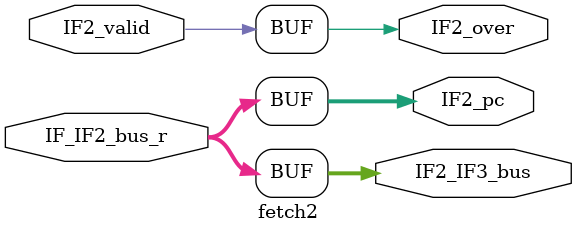
<source format=v>
`timescale 1ns / 1ps
module fetch2(                    // È¡Ö¸¼¶
    input             IF2_valid,  // È¡Ö¸¼¶ÓÐÐ§ÐÅºÅ
    input      [31:0] IF_IF2_bus_r,
    output            IF2_over,  // È¡Ö¸¼¶ÓÐÐ§ÐÅºÅ
    output     [31:0] IF2_IF3_bus, // IF->ID×ÜÏß
        
    //Õ¹Ê¾PCºÍÈ¡³öµÄÖ¸Áî
    output     [31:0] IF2_pc
);
    assign IF2_IF3_bus = IF_IF2_bus_r;
    assign IF2_over = IF2_valid;

//-----{Õ¹Ê¾IFÄ£¿éµÄPCÖµºÍÖ¸Áî}begin
    assign IF2_pc   = IF_IF2_bus_r;
endmodule
</source>
